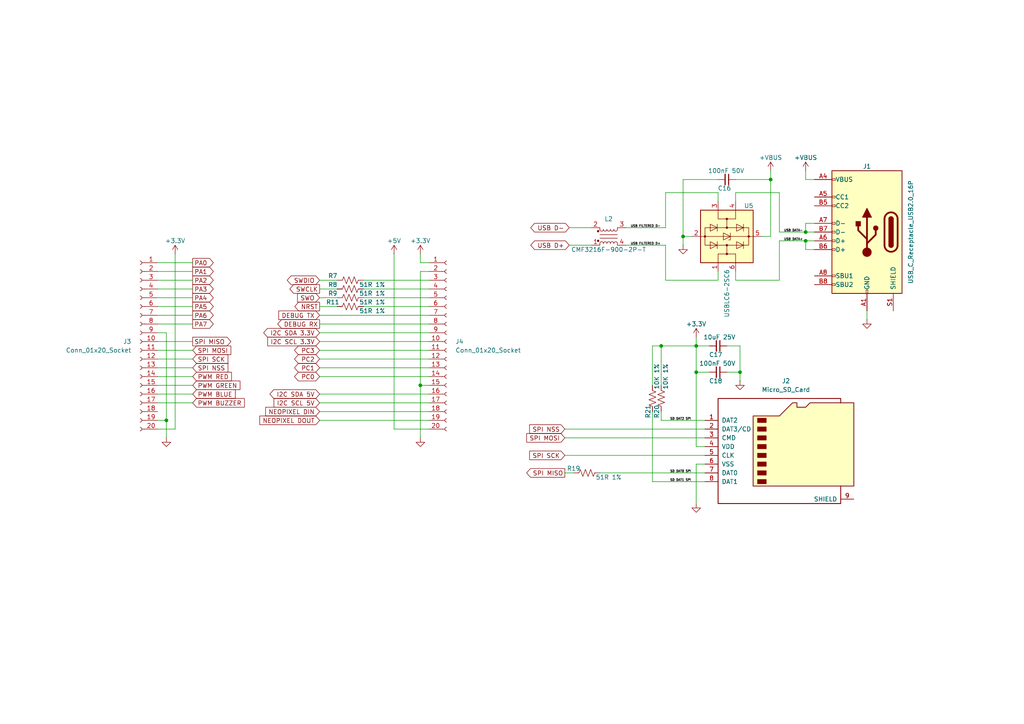
<source format=kicad_sch>
(kicad_sch (version 20231120) (generator "eeschema") (generator_version "8.0")
  (paper "A4")
  (lib_symbols
    (symbol "Connector:Conn_01x20_Socket" (pin_names (offset 1.016) hide)
      (property "Reference" "J" (at 0 25.4 0))
      (property "Value" "Conn_01x20_Socket" (at 0 -27.94 0))
      (symbol "Conn_01x20_Socket_1_1"
        (arc (start 0 -24.892) (mid -0.5058 -25.4) (end 0 -25.908) (stroke (width 0.1524)))
        (arc (start 0 -22.352) (mid -0.5058 -22.86) (end 0 -23.368) (stroke (width 0.1524)))
        (arc (start 0 -19.812) (mid -0.5058 -20.32) (end 0 -20.828) (stroke (width 0.1524)))
        (arc (start 0 -17.272) (mid -0.5058 -17.78) (end 0 -18.288) (stroke (width 0.1524)))
        (arc (start 0 -14.732) (mid -0.5058 -15.24) (end 0 -15.748) (stroke (width 0.1524)))
        (arc (start 0 -12.192) (mid -0.5058 -12.7) (end 0 -13.208) (stroke (width 0.1524)))
        (arc (start 0 -9.652) (mid -0.5058 -10.16) (end 0 -10.668) (stroke (width 0.1524)))
        (arc (start 0 -7.112) (mid -0.5058 -7.62) (end 0 -8.128) (stroke (width 0.1524)))
        (arc (start 0 -4.572) (mid -0.5058 -5.08) (end 0 -5.588) (stroke (width 0.1524)))
        (arc (start 0 -2.032) (mid -0.5058 -2.54) (end 0 -3.048) (stroke (width 0.1524)))
        (polyline (pts (xy -1.27 -25.4) (xy -0.508 -25.4)) (stroke (width 0.1524)))
        (polyline (pts (xy -1.27 -22.86) (xy -0.508 -22.86)) (stroke (width 0.1524)))
        (polyline (pts (xy -1.27 -20.32) (xy -0.508 -20.32)) (stroke (width 0.1524)))
        (polyline (pts (xy -1.27 -17.78) (xy -0.508 -17.78)) (stroke (width 0.1524)))
        (polyline (pts (xy -1.27 -15.24) (xy -0.508 -15.24)) (stroke (width 0.1524)))
        (polyline (pts (xy -1.27 -12.7) (xy -0.508 -12.7)) (stroke (width 0.1524)))
        (polyline (pts (xy -1.27 -10.16) (xy -0.508 -10.16)) (stroke (width 0.1524)))
        (polyline (pts (xy -1.27 -7.62) (xy -0.508 -7.62)) (stroke (width 0.1524)))
        (polyline (pts (xy -1.27 -5.08) (xy -0.508 -5.08)) (stroke (width 0.1524)))
        (polyline (pts (xy -1.27 -2.54) (xy -0.508 -2.54)) (stroke (width 0.1524)))
        (polyline (pts (xy -1.27 0) (xy -0.508 0)) (stroke (width 0.1524)))
        (polyline (pts (xy -1.27 2.54) (xy -0.508 2.54)) (stroke (width 0.1524)))
        (polyline (pts (xy -1.27 5.08) (xy -0.508 5.08)) (stroke (width 0.1524)))
        (polyline (pts (xy -1.27 7.62) (xy -0.508 7.62)) (stroke (width 0.1524)))
        (polyline (pts (xy -1.27 10.16) (xy -0.508 10.16)) (stroke (width 0.1524)))
        (polyline (pts (xy -1.27 12.7) (xy -0.508 12.7)) (stroke (width 0.1524)))
        (polyline (pts (xy -1.27 15.24) (xy -0.508 15.24)) (stroke (width 0.1524)))
        (polyline (pts (xy -1.27 17.78) (xy -0.508 17.78)) (stroke (width 0.1524)))
        (polyline (pts (xy -1.27 20.32) (xy -0.508 20.32)) (stroke (width 0.1524)))
        (polyline (pts (xy -1.27 22.86) (xy -0.508 22.86)) (stroke (width 0.1524)))
        (arc (start 0 0.508) (mid -0.5058 0) (end 0 -0.508) (stroke (width 0.1524)))
        (arc (start 0 3.048) (mid -0.5058 2.54) (end 0 2.032) (stroke (width 0.1524)))
        (arc (start 0 5.588) (mid -0.5058 5.08) (end 0 4.572) (stroke (width 0.1524)))
        (arc (start 0 8.128) (mid -0.5058 7.62) (end 0 7.112) (stroke (width 0.1524)))
        (arc (start 0 10.668) (mid -0.5058 10.16) (end 0 9.652) (stroke (width 0.1524)))
        (arc (start 0 13.208) (mid -0.5058 12.7) (end 0 12.192) (stroke (width 0.1524)))
        (arc (start 0 15.748) (mid -0.5058 15.24) (end 0 14.732) (stroke (width 0.1524)))
        (arc (start 0 18.288) (mid -0.5058 17.78) (end 0 17.272) (stroke (width 0.1524)))
        (arc (start 0 20.828) (mid -0.5058 20.32) (end 0 19.812) (stroke (width 0.1524)))
        (arc (start 0 23.368) (mid -0.5058 22.86) (end 0 22.352) (stroke (width 0.1524)))
        (pin passive line (at -5.08 22.86 0) (length 3.81) (name "Pin_1") (number "1"))
        (pin passive line (at -5.08 0 0) (length 3.81) (name "Pin_10") (number "10"))
        (pin passive line (at -5.08 -2.54 0) (length 3.81) (name "Pin_11") (number "11"))
        (pin passive line (at -5.08 -5.08 0) (length 3.81) (name "Pin_12") (number "12"))
        (pin passive line (at -5.08 -7.62 0) (length 3.81) (name "Pin_13") (number "13"))
        (pin passive line (at -5.08 -10.16 0) (length 3.81) (name "Pin_14") (number "14"))
        (pin passive line (at -5.08 -12.7 0) (length 3.81) (name "Pin_15") (number "15"))
        (pin passive line (at -5.08 -15.24 0) (length 3.81) (name "Pin_16") (number "16"))
        (pin passive line (at -5.08 -17.78 0) (length 3.81) (name "Pin_17") (number "17"))
        (pin passive line (at -5.08 -20.32 0) (length 3.81) (name "Pin_18") (number "18"))
        (pin passive line (at -5.08 -22.86 0) (length 3.81) (name "Pin_19") (number "19"))
        (pin passive line (at -5.08 20.32 0) (length 3.81) (name "Pin_2") (number "2"))
        (pin passive line (at -5.08 -25.4 0) (length 3.81) (name "Pin_20") (number "20"))
        (pin passive line (at -5.08 17.78 0) (length 3.81) (name "Pin_3") (number "3"))
        (pin passive line (at -5.08 15.24 0) (length 3.81) (name "Pin_4") (number "4"))
        (pin passive line (at -5.08 12.7 0) (length 3.81) (name "Pin_5") (number "5"))
        (pin passive line (at -5.08 10.16 0) (length 3.81) (name "Pin_6") (number "6"))
        (pin passive line (at -5.08 7.62 0) (length 3.81) (name "Pin_7") (number "7"))
        (pin passive line (at -5.08 5.08 0) (length 3.81) (name "Pin_8") (number "8"))
        (pin passive line (at -5.08 2.54 0) (length 3.81) (name "Pin_9") (number "9"))
      )
    )
    (symbol "Connector:Micro_SD_Card" (pin_names (offset 1.016))
      (property "Reference" "J" (at -16.51 15.24 0))
      (property "Value" "Micro_SD_Card" (at 16.51 15.24 0))
      (symbol "Micro_SD_Card_0_1"
        (rectangle (start -7.62 -9.525) (end -5.08 -10.795) (fill (type outline)))
        (rectangle (start -7.62 -6.985) (end -5.08 -8.255) (fill (type outline)))
        (rectangle (start -7.62 -4.445) (end -5.08 -5.715) (fill (type outline)))
        (rectangle (start -7.62 -1.905) (end -5.08 -3.175) (fill (type outline)))
        (rectangle (start -7.62 0.635) (end -5.08 -0.635) (fill (type outline)))
        (rectangle (start -7.62 3.175) (end -5.08 1.905) (fill (type outline)))
        (rectangle (start -7.62 5.715) (end -5.08 4.445) (fill (type outline)))
        (rectangle (start -7.62 8.255) (end -5.08 6.985) (fill (type outline)))
        (polyline (pts (xy 16.51 12.7) (xy 16.51 13.97) (xy -19.05 13.97) (xy -19.05 -16.51) (xy 16.51 -16.51) (xy 16.51 -11.43)) (stroke (width 0.254)))
        (polyline (pts (xy -8.89 -11.43) (xy -8.89 8.89) (xy -1.27 8.89) (xy 2.54 12.7) (xy 3.81 12.7) (xy 3.81 11.43) (xy 6.35 11.43) (xy 7.62 12.7) (xy 20.32 12.7) (xy 20.32 -11.43) (xy -8.89 -11.43)) (stroke (width 0.254)) (fill (type background)))
      )
      (symbol "Micro_SD_Card_1_1"
        (pin bidirectional line (at -22.86 7.62 0) (length 3.81) (name "DAT2") (number "1"))
        (pin bidirectional line (at -22.86 5.08 0) (length 3.81) (name "DAT3/CD") (number "2"))
        (pin input line (at -22.86 2.54 0) (length 3.81) (name "CMD") (number "3"))
        (pin power_in line (at -22.86 0 0) (length 3.81) (name "VDD") (number "4"))
        (pin input line (at -22.86 -2.54 0) (length 3.81) (name "CLK") (number "5"))
        (pin power_in line (at -22.86 -5.08 0) (length 3.81) (name "VSS") (number "6"))
        (pin bidirectional line (at -22.86 -7.62 0) (length 3.81) (name "DAT0") (number "7"))
        (pin bidirectional line (at -22.86 -10.16 0) (length 3.81) (name "DAT1") (number "8"))
        (pin passive line (at 20.32 -15.24 180) (length 3.81) (name "SHIELD") (number "9"))
      )
    )
    (symbol "Connector:USB_C_Receptacle_USB2.0_16P" (pin_names (offset 1.016))
      (property "Reference" "J" (at 0 22.225 0))
      (property "Value" "USB_C_Receptacle_USB2.0_16P" (at 0 19.685 0))
      (symbol "USB_C_Receptacle_USB2.0_16P_0_0"
        (rectangle (start -0.254 -17.78) (end 0.254 -16.764))
        (rectangle (start 10.16 -14.986) (end 9.144 -15.494))
        (rectangle (start 10.16 -12.446) (end 9.144 -12.954))
        (rectangle (start 10.16 -4.826) (end 9.144 -5.334))
        (rectangle (start 10.16 -2.286) (end 9.144 -2.794))
        (rectangle (start 10.16 0.254) (end 9.144 -0.254))
        (rectangle (start 10.16 2.794) (end 9.144 2.286))
        (rectangle (start 10.16 7.874) (end 9.144 7.366))
        (rectangle (start 10.16 10.414) (end 9.144 9.906))
        (rectangle (start 10.16 15.494) (end 9.144 14.986))
      )
      (symbol "USB_C_Receptacle_USB2.0_16P_0_1"
        (rectangle (start -10.16 17.78) (end 10.16 -17.78) (stroke (width 0.254)) (fill (type background)))
        (arc (start -8.89 -3.81) (mid -6.985 -5.7067) (end -5.08 -3.81) (stroke (width 0.508)))
        (arc (start -7.62 -3.81) (mid -6.985 -4.4423) (end -6.35 -3.81) (stroke (width 0.254)))
        (arc (start -7.62 -3.81) (mid -6.985 -4.4423) (end -6.35 -3.81) (stroke (width 0.254)) (fill (type outline)))
        (rectangle (start -7.62 -3.81) (end -6.35 3.81) (stroke (width 0.254)) (fill (type outline)))
        (arc (start -6.35 3.81) (mid -6.985 4.4423) (end -7.62 3.81) (stroke (width 0.254)))
        (arc (start -6.35 3.81) (mid -6.985 4.4423) (end -7.62 3.81) (stroke (width 0.254)) (fill (type outline)))
        (arc (start -5.08 3.81) (mid -6.985 5.7067) (end -8.89 3.81) (stroke (width 0.508)))
        (circle (center -2.54 1.143) (radius 0.635) (stroke (width 0.254)) (fill (type outline)))
        (circle (center 0 -5.842) (radius 1.27) (fill (type outline)))
        (polyline (pts (xy -8.89 -3.81) (xy -8.89 3.81)) (stroke (width 0.508)))
        (polyline (pts (xy -5.08 3.81) (xy -5.08 -3.81)) (stroke (width 0.508)))
        (polyline (pts (xy 0 -5.842) (xy 0 4.318)) (stroke (width 0.508)))
        (polyline (pts (xy 0 -3.302) (xy -2.54 -0.762) (xy -2.54 0.508)) (stroke (width 0.508)))
        (polyline (pts (xy 0 -2.032) (xy 2.54 0.508) (xy 2.54 1.778)) (stroke (width 0.508)))
        (polyline (pts (xy -1.27 4.318) (xy 0 6.858) (xy 1.27 4.318) (xy -1.27 4.318)) (stroke (width 0.254)) (fill (type outline)))
        (rectangle (start 1.905 1.778) (end 3.175 3.048) (stroke (width 0.254)) (fill (type outline)))
      )
      (symbol "USB_C_Receptacle_USB2.0_16P_1_1"
        (pin passive line (at 0 -22.86 90) (length 5.08) (name "GND") (number "A1"))
        (pin passive line (at 0 -22.86 90) (length 5.08) hide (name "GND") (number "A12"))
        (pin passive line (at 15.24 15.24 180) (length 5.08) (name "VBUS") (number "A4"))
        (pin bidirectional line (at 15.24 10.16 180) (length 5.08) (name "CC1") (number "A5"))
        (pin bidirectional line (at 15.24 -2.54 180) (length 5.08) (name "D+") (number "A6"))
        (pin bidirectional line (at 15.24 2.54 180) (length 5.08) (name "D-") (number "A7"))
        (pin bidirectional line (at 15.24 -12.7 180) (length 5.08) (name "SBU1") (number "A8"))
        (pin passive line (at 15.24 15.24 180) (length 5.08) hide (name "VBUS") (number "A9"))
        (pin passive line (at 0 -22.86 90) (length 5.08) hide (name "GND") (number "B1"))
        (pin passive line (at 0 -22.86 90) (length 5.08) hide (name "GND") (number "B12"))
        (pin passive line (at 15.24 15.24 180) (length 5.08) hide (name "VBUS") (number "B4"))
        (pin bidirectional line (at 15.24 7.62 180) (length 5.08) (name "CC2") (number "B5"))
        (pin bidirectional line (at 15.24 -5.08 180) (length 5.08) (name "D+") (number "B6"))
        (pin bidirectional line (at 15.24 0 180) (length 5.08) (name "D-") (number "B7"))
        (pin bidirectional line (at 15.24 -15.24 180) (length 5.08) (name "SBU2") (number "B8"))
        (pin passive line (at 15.24 15.24 180) (length 5.08) hide (name "VBUS") (number "B9"))
        (pin passive line (at -7.62 -22.86 90) (length 5.08) (name "SHIELD") (number "S1"))
      )
    )
    (symbol "Device:C_Small" (pin_numbers hide) (pin_names (offset 0.254) hide)
      (property "Reference" "C" (at 0.254 1.778 0))
      (property "Value" "C_Small" (at 0.254 -2.032 0))
      (symbol "C_Small_0_1"
        (polyline (pts (xy -1.524 -0.508) (xy 1.524 -0.508)) (stroke (width 0.3302)))
        (polyline (pts (xy -1.524 0.508) (xy 1.524 0.508)) (stroke (width 0.3048)))
      )
      (symbol "C_Small_1_1"
        (pin passive line (at 0 2.54 270) (length 2.032) (name "~") (number "1"))
        (pin passive line (at 0 -2.54 90) (length 2.032) (name "~") (number "2"))
      )
    )
    (symbol "Device:EMI_Filter_LL_1423" (pin_names hide)
      (property "Reference" "FL" (at 0 4.445 0))
      (property "Value" "Device_EMI_Filter_LL_1423" (at 0 -4.445 0))
      (symbol "EMI_Filter_LL_1423_0_1"
        (circle (center -3.048 -1.27) (radius 0.254) (fill (type outline)))
        (circle (center -3.048 1.524) (radius 0.254) (fill (type outline)))
        (arc (start -2.54 2.032) (mid -2.032 1.5262) (end -1.524 2.032))
        (arc (start -1.524 -2.032) (mid -2.032 -1.5262) (end -2.54 -2.032))
        (arc (start -1.524 2.032) (mid -1.016 1.5262) (end -0.508 2.032))
        (arc (start -0.508 -2.032) (mid -1.016 -1.5262) (end -1.524 -2.032))
        (arc (start -0.508 2.032) (mid 0 1.5262) (end 0.508 2.032))
        (polyline (pts (xy -2.54 -2.032) (xy -2.54 -2.54)))
        (polyline (pts (xy -2.54 0.508) (xy 2.54 0.508)))
        (polyline (pts (xy -2.54 2.032) (xy -2.54 2.54)))
        (polyline (pts (xy 2.54 -2.032) (xy 2.54 -2.54)))
        (polyline (pts (xy 2.54 -0.508) (xy -2.54 -0.508)))
        (polyline (pts (xy 2.54 2.54) (xy 2.54 2.032)))
        (arc (start 0.508 -2.032) (mid 0 -1.5262) (end -0.508 -2.032))
        (arc (start 0.508 2.032) (mid 1.016 1.5262) (end 1.524 2.032))
        (arc (start 1.524 -2.032) (mid 1.016 -1.5262) (end 0.508 -2.032))
        (arc (start 1.524 2.032) (mid 2.032 1.5262) (end 2.54 2.032))
        (arc (start 2.54 -2.032) (mid 2.032 -1.5262) (end 1.524 -2.032))
      )
      (symbol "EMI_Filter_LL_1423_1_1"
        (pin passive line (at -5.08 -2.54 0) (length 2.54) (name "1") (number "1"))
        (pin passive line (at -5.08 2.54 0) (length 2.54) (name "2") (number "2"))
        (pin passive line (at 5.08 2.54 180) (length 2.54) (name "3") (number "3"))
        (pin passive line (at 5.08 -2.54 180) (length 2.54) (name "4") (number "4"))
      )
    )
    (symbol "Device:R_US" (pin_numbers hide) (pin_names (offset 0))
      (property "Reference" "R" (at 2.54 0 90))
      (property "Value" "R_US" (at -2.54 0 90))
      (symbol "R_US_0_1"
        (polyline (pts (xy 0 -2.286) (xy 0 -2.54)))
        (polyline (pts (xy 0 2.286) (xy 0 2.54)))
        (polyline (pts (xy 0 -0.762) (xy 1.016 -1.143) (xy 0 -1.524) (xy -1.016 -1.905) (xy 0 -2.286)))
        (polyline (pts (xy 0 0.762) (xy 1.016 0.381) (xy 0 0) (xy -1.016 -0.381) (xy 0 -0.762)))
        (polyline (pts (xy 0 2.286) (xy 1.016 1.905) (xy 0 1.524) (xy -1.016 1.143) (xy 0 0.762)))
      )
      (symbol "R_US_1_1"
        (pin passive line (at 0 3.81 270) (length 1.27) (name "~") (number "1"))
        (pin passive line (at 0 -3.81 90) (length 1.27) (name "~") (number "2"))
      )
    )
    (symbol "Power_Protection:USBLC6-2SC6" (pin_names hide)
      (property "Reference" "U" (at 2.54 8.89 0))
      (property "Value" "USBLC6-2SC6" (at 2.54 -8.89 0))
      (symbol "USBLC6-2SC6_0_1"
        (rectangle (start -7.62 -7.62) (end 7.62 7.62) (stroke (width 0.254)) (fill (type background)))
        (circle (center -5.08 0) (radius 0.254) (fill (type outline)))
        (circle (center -2.54 0) (radius 0.254) (fill (type outline)))
        (rectangle (start -2.54 6.35) (end 2.54 -6.35))
        (circle (center 0 -6.35) (radius 0.254) (fill (type outline)))
        (polyline (pts (xy -5.08 -2.54) (xy -7.62 -2.54)))
        (polyline (pts (xy -5.08 0) (xy -5.08 -2.54)))
        (polyline (pts (xy -5.08 2.54) (xy -7.62 2.54)))
        (polyline (pts (xy -1.524 -2.794) (xy -3.556 -2.794)))
        (polyline (pts (xy -1.524 4.826) (xy -3.556 4.826)))
        (polyline (pts (xy 0 -7.62) (xy 0 -6.35)))
        (polyline (pts (xy 0 -6.35) (xy 0 1.27)))
        (polyline (pts (xy 0 1.27) (xy 0 6.35)))
        (polyline (pts (xy 0 6.35) (xy 0 7.62)))
        (polyline (pts (xy 1.524 -2.794) (xy 3.556 -2.794)))
        (polyline (pts (xy 1.524 4.826) (xy 3.556 4.826)))
        (polyline (pts (xy 5.08 -2.54) (xy 7.62 -2.54)))
        (polyline (pts (xy 5.08 0) (xy 5.08 -2.54)))
        (polyline (pts (xy 5.08 2.54) (xy 7.62 2.54)))
        (polyline (pts (xy -2.54 0) (xy -5.08 0) (xy -5.08 2.54)))
        (polyline (pts (xy 2.54 0) (xy 5.08 0) (xy 5.08 2.54)))
        (polyline (pts (xy -3.556 -4.826) (xy -1.524 -4.826) (xy -2.54 -2.794) (xy -3.556 -4.826)))
        (polyline (pts (xy -3.556 2.794) (xy -1.524 2.794) (xy -2.54 4.826) (xy -3.556 2.794)))
        (polyline (pts (xy -1.016 -1.016) (xy 1.016 -1.016) (xy 0 1.016) (xy -1.016 -1.016)))
        (polyline (pts (xy 1.016 1.016) (xy 0.762 1.016) (xy -1.016 1.016) (xy -1.016 0.508)))
        (polyline (pts (xy 3.556 -4.826) (xy 1.524 -4.826) (xy 2.54 -2.794) (xy 3.556 -4.826)))
        (polyline (pts (xy 3.556 2.794) (xy 1.524 2.794) (xy 2.54 4.826) (xy 3.556 2.794)))
        (circle (center 0 6.35) (radius 0.254) (fill (type outline)))
        (circle (center 2.54 0) (radius 0.254) (fill (type outline)))
        (circle (center 5.08 0) (radius 0.254) (fill (type outline)))
      )
      (symbol "USBLC6-2SC6_1_1"
        (pin passive line (at -10.16 -2.54 0) (length 2.54) (name "I/O1") (number "1"))
        (pin passive line (at 0 -10.16 90) (length 2.54) (name "GND") (number "2"))
        (pin passive line (at 10.16 -2.54 180) (length 2.54) (name "I/O2") (number "3"))
        (pin passive line (at 10.16 2.54 180) (length 2.54) (name "I/O2") (number "4"))
        (pin passive line (at 0 10.16 270) (length 2.54) (name "VBUS") (number "5"))
        (pin passive line (at -10.16 2.54 0) (length 2.54) (name "I/O1") (number "6"))
      )
    )
    (symbol "power:GND" (power) (pin_numbers hide) (pin_names (offset 0) hide)
      (property "Value" "GND" (at 0 -3.81 0))
      (symbol "GND_0_1"
        (polyline (pts (xy 0 0) (xy 0 -1.27) (xy 1.27 -1.27) (xy 0 -2.54) (xy -1.27 -1.27) (xy 0 -1.27)))
      )
      (symbol "GND_1_1"
        (pin power_in line (at 0 0 270) (length 0) (name "~") (number "1"))
      )
    )
    (symbol "power:VCC" (power) (pin_numbers hide) (pin_names (offset 0) hide)
      (property "Value" "VCC" (at 0 3.556 0))
      (symbol "VCC_0_1"
        (polyline (pts (xy -0.762 1.27) (xy 0 2.54)))
        (polyline (pts (xy 0 0) (xy 0 2.54)))
        (polyline (pts (xy 0 2.54) (xy 0.762 1.27)))
      )
      (symbol "VCC_1_1"
        (pin power_in line (at 0 0 90) (length 0) (name "~") (number "1"))
      )
    )
  )
  (junction (at 201.93 100.33))
  (junction (at 214.63 107.95))
  (junction (at 233.68 69.85))
  (junction (at 191.77 100.33))
  (junction (at 198.12 68.58))
  (junction (at 223.52 52.07))
  (junction (at 121.92 111.76))
  (junction (at 201.93 107.95))
  (junction (at 48.26 121.92))
  (junction (at 233.68 67.31))
  (wire (pts (xy 121.92 78.74) (xy 121.92 111.76)))
  (wire (pts (xy 165.1 66.04) (xy 171.45 66.04)))
  (wire (pts (xy 121.92 111.76) (xy 121.92 127)))
  (wire (pts (xy 213.36 81.28) (xy 226.06 81.28)))
  (wire (pts (xy 92.71 86.36) (xy 97.79 86.36)))
  (wire (pts (xy 233.68 49.53) (xy 233.68 52.07)))
  (wire (pts (xy 121.92 73.66) (xy 121.92 76.2)))
  (wire (pts (xy 121.92 111.76) (xy 124.46 111.76)))
  (wire (pts (xy 92.71 121.92) (xy 124.46 121.92)))
  (wire (pts (xy 55.88 76.2) (xy 45.72 76.2)))
  (wire (pts (xy 124.46 76.2) (xy 121.92 76.2)))
  (wire (pts (xy 55.88 86.36) (xy 45.72 86.36)))
  (wire (pts (xy 208.28 78.74) (xy 208.28 81.28)))
  (wire (pts (xy 92.71 114.3) (xy 124.46 114.3)))
  (wire (pts (xy 92.71 91.44) (xy 124.46 91.44)))
  (wire (pts (xy 226.06 81.28) (xy 226.06 69.85)))
  (wire (pts (xy 204.47 129.54) (xy 201.93 129.54)))
  (wire (pts (xy 165.1 71.12) (xy 171.45 71.12)))
  (wire (pts (xy 45.72 121.92) (xy 48.26 121.92)))
  (wire (pts (xy 210.82 107.95) (xy 214.63 107.95)))
  (wire (pts (xy 92.71 93.98) (xy 124.46 93.98)))
  (wire (pts (xy 163.83 132.08) (xy 204.47 132.08)))
  (wire (pts (xy 193.04 71.12) (xy 193.04 81.28)))
  (wire (pts (xy 198.12 68.58) (xy 200.66 68.58)))
  (wire (pts (xy 50.8 124.46) (xy 50.8 73.66)))
  (wire (pts (xy 208.28 52.07) (xy 198.12 52.07)))
  (wire (pts (xy 189.23 111.76) (xy 189.23 100.33)))
  (wire (pts (xy 223.52 52.07) (xy 223.52 68.58)))
  (wire (pts (xy 214.63 107.95) (xy 214.63 110.49)))
  (wire (pts (xy 55.88 99.06) (xy 45.72 99.06)))
  (wire (pts (xy 45.72 96.52) (xy 48.26 96.52)))
  (wire (pts (xy 55.88 88.9) (xy 45.72 88.9)))
  (wire (pts (xy 233.68 69.85) (xy 233.68 72.39)))
  (wire (pts (xy 191.77 119.38) (xy 191.77 121.92)))
  (wire (pts (xy 201.93 134.62) (xy 201.93 146.05)))
  (wire (pts (xy 48.26 121.92) (xy 48.26 127)))
  (wire (pts (xy 181.61 71.12) (xy 193.04 71.12)))
  (wire (pts (xy 251.46 90.17) (xy 251.46 92.71)))
  (wire (pts (xy 236.22 72.39) (xy 233.68 72.39)))
  (wire (pts (xy 233.68 67.31) (xy 236.22 67.31)))
  (wire (pts (xy 105.41 83.82) (xy 124.46 83.82)))
  (wire (pts (xy 191.77 100.33) (xy 201.93 100.33)))
  (wire (pts (xy 201.93 107.95) (xy 201.93 129.54)))
  (wire (pts (xy 201.93 107.95) (xy 205.74 107.95)))
  (wire (pts (xy 189.23 100.33) (xy 191.77 100.33)))
  (wire (pts (xy 55.88 104.14) (xy 45.72 104.14)))
  (wire (pts (xy 105.41 86.36) (xy 124.46 86.36)))
  (wire (pts (xy 55.88 91.44) (xy 45.72 91.44)))
  (wire (pts (xy 92.71 101.6) (xy 124.46 101.6)))
  (wire (pts (xy 55.88 111.76) (xy 45.72 111.76)))
  (wire (pts (xy 55.88 106.68) (xy 45.72 106.68)))
  (wire (pts (xy 92.71 104.14) (xy 124.46 104.14)))
  (wire (pts (xy 114.3 124.46) (xy 124.46 124.46)))
  (wire (pts (xy 92.71 116.84) (xy 124.46 116.84)))
  (wire (pts (xy 213.36 55.88) (xy 226.06 55.88)))
  (wire (pts (xy 55.88 81.28) (xy 45.72 81.28)))
  (wire (pts (xy 193.04 81.28) (xy 208.28 81.28)))
  (wire (pts (xy 45.72 116.84) (xy 55.88 116.84)))
  (wire (pts (xy 92.71 109.22) (xy 124.46 109.22)))
  (wire (pts (xy 208.28 55.88) (xy 208.28 58.42)))
  (wire (pts (xy 204.47 139.7) (xy 189.23 139.7)))
  (wire (pts (xy 226.06 67.31) (xy 233.68 67.31)))
  (wire (pts (xy 236.22 52.07) (xy 233.68 52.07)))
  (wire (pts (xy 55.88 78.74) (xy 45.72 78.74)))
  (wire (pts (xy 201.93 97.79) (xy 201.93 100.33)))
  (wire (pts (xy 105.41 88.9) (xy 124.46 88.9)))
  (wire (pts (xy 223.52 68.58) (xy 220.98 68.58)))
  (wire (pts (xy 55.88 93.98) (xy 45.72 93.98)))
  (wire (pts (xy 213.36 78.74) (xy 213.36 81.28)))
  (wire (pts (xy 92.71 88.9) (xy 97.79 88.9)))
  (wire (pts (xy 45.72 124.46) (xy 50.8 124.46)))
  (wire (pts (xy 173.99 137.16) (xy 204.47 137.16)))
  (wire (pts (xy 214.63 100.33) (xy 214.63 107.95)))
  (wire (pts (xy 92.71 83.82) (xy 97.79 83.82)))
  (wire (pts (xy 92.71 119.38) (xy 124.46 119.38)))
  (wire (pts (xy 198.12 52.07) (xy 198.12 68.58)))
  (wire (pts (xy 236.22 64.77) (xy 233.68 64.77)))
  (wire (pts (xy 213.36 58.42) (xy 213.36 55.88)))
  (wire (pts (xy 163.83 127) (xy 204.47 127)))
  (wire (pts (xy 213.36 52.07) (xy 223.52 52.07)))
  (wire (pts (xy 226.06 69.85) (xy 233.68 69.85)))
  (wire (pts (xy 191.77 121.92) (xy 204.47 121.92)))
  (wire (pts (xy 181.61 66.04) (xy 193.04 66.04)))
  (wire (pts (xy 92.71 81.28) (xy 97.79 81.28)))
  (wire (pts (xy 204.47 134.62) (xy 201.93 134.62)))
  (wire (pts (xy 48.26 96.52) (xy 48.26 121.92)))
  (wire (pts (xy 92.71 99.06) (xy 124.46 99.06)))
  (wire (pts (xy 92.71 96.52) (xy 124.46 96.52)))
  (wire (pts (xy 105.41 81.28) (xy 124.46 81.28)))
  (wire (pts (xy 55.88 109.22) (xy 45.72 109.22)))
  (wire (pts (xy 226.06 55.88) (xy 226.06 67.31)))
  (wire (pts (xy 92.71 106.68) (xy 124.46 106.68)))
  (wire (pts (xy 201.93 100.33) (xy 205.74 100.33)))
  (wire (pts (xy 210.82 100.33) (xy 214.63 100.33)))
  (wire (pts (xy 223.52 49.53) (xy 223.52 52.07)))
  (wire (pts (xy 55.88 101.6) (xy 45.72 101.6)))
  (wire (pts (xy 163.83 137.16) (xy 166.37 137.16)))
  (wire (pts (xy 114.3 73.66) (xy 114.3 124.46)))
  (wire (pts (xy 193.04 55.88) (xy 208.28 55.88)))
  (wire (pts (xy 121.92 78.74) (xy 124.46 78.74)))
  (wire (pts (xy 193.04 66.04) (xy 193.04 55.88)))
  (wire (pts (xy 233.68 64.77) (xy 233.68 67.31)))
  (wire (pts (xy 198.12 71.12) (xy 198.12 68.58)))
  (wire (pts (xy 201.93 100.33) (xy 201.93 107.95)))
  (wire (pts (xy 55.88 114.3) (xy 45.72 114.3)))
  (wire (pts (xy 191.77 111.76) (xy 191.77 100.33)))
  (wire (pts (xy 189.23 119.38) (xy 189.23 139.7)))
  (wire (pts (xy 163.83 124.46) (xy 204.47 124.46)))
  (wire (pts (xy 233.68 69.85) (xy 236.22 69.85)))
  (wire (pts (xy 55.88 83.82) (xy 45.72 83.82)))
  (label "SD DAT2 SPI" (at 194.31 121.92 0) (effects (font (size 0.635 0.635))))
  (label "USB FILTERED D-" (at 182.88 66.04 0) (effects (font (size 0.635 0.635))))
  (label "USB FILTERED D+" (at 182.88 71.12 0) (effects (font (size 0.635 0.635))))
  (label "SD DAT0 SPI" (at 194.31 137.16 0) (effects (font (size 0.635 0.635))))
  (label "USB DATA-" (at 227.33 67.31 0) (effects (font (size 0.635 0.635))))
  (label "USB DATA+" (at 227.33 69.85 0) (effects (font (size 0.635 0.635))))
  (label "SD DAT1 SPI" (at 194.31 139.7 0) (effects (font (size 0.635 0.635))))
  (global_label "PC0" (shape bidirectional) (at 92.71 109.22 180) (property "Intersheetrefs" "${INTERSHEET_REFS}" (effects (hide yes))))
  (global_label "PC2" (shape bidirectional) (at 92.71 104.14 180) (property "Intersheetrefs" "${INTERSHEET_REFS}" (effects (hide yes))))
  (global_label "PWM GREEN" (shape input) (at 55.88 111.76 0) (property "Intersheetrefs" "${INTERSHEET_REFS}" (effects (hide yes))))
  (global_label "I2C SCL 3.3V" (shape input) (at 92.71 99.06 180) (property "Intersheetrefs" "${INTERSHEET_REFS}" (effects (hide yes))))
  (global_label "NRST" (shape output) (at 92.71 88.9 180) (property "Intersheetrefs" "${INTERSHEET_REFS}" (effects (hide yes))))
  (global_label "PWM BLUE" (shape input) (at 55.88 114.3 0) (property "Intersheetrefs" "${INTERSHEET_REFS}" (effects (hide yes))))
  (global_label "PA3" (shape output) (at 55.88 83.82 0) (property "Intersheetrefs" "${INTERSHEET_REFS}" (effects (hide yes))))
  (global_label "SPI SCK" (shape input) (at 163.83 132.08 180) (property "Intersheetrefs" "${INTERSHEET_REFS}" (effects (hide yes))))
  (global_label "PA5" (shape output) (at 55.88 88.9 0) (property "Intersheetrefs" "${INTERSHEET_REFS}" (effects (hide yes))))
  (global_label "NEOPIXEL DIN" (shape input) (at 92.71 119.38 180) (property "Intersheetrefs" "${INTERSHEET_REFS}" (effects (hide yes))))
  (global_label "PWM RED" (shape input) (at 55.88 109.22 0) (property "Intersheetrefs" "${INTERSHEET_REFS}" (effects (hide yes))))
  (global_label "SPI MOSI" (shape input) (at 163.83 127 180) (property "Intersheetrefs" "${INTERSHEET_REFS}" (effects (hide yes))))
  (global_label "DEBUG TX" (shape input) (at 92.71 91.44 180) (property "Intersheetrefs" "${INTERSHEET_REFS}" (effects (hide yes))))
  (global_label "PWM BUZZER" (shape input) (at 55.88 116.84 0) (property "Intersheetrefs" "${INTERSHEET_REFS}" (effects (hide yes))))
  (global_label "SWDIO" (shape bidirectional) (at 92.71 81.28 180) (property "Intersheetrefs" "${INTERSHEET_REFS}" (effects (hide yes))))
  (global_label "PA4" (shape output) (at 55.88 86.36 0) (property "Intersheetrefs" "${INTERSHEET_REFS}" (effects (hide yes))))
  (global_label "SWCLK" (shape output) (at 92.71 83.82 180) (property "Intersheetrefs" "${INTERSHEET_REFS}" (effects (hide yes))))
  (global_label "SPI MOSI" (shape input) (at 55.88 101.6 0) (property "Intersheetrefs" "${INTERSHEET_REFS}" (effects (hide yes))))
  (global_label "I2C SCL 5V" (shape input) (at 92.71 116.84 180) (property "Intersheetrefs" "${INTERSHEET_REFS}" (effects (hide yes))))
  (global_label "USB D-" (shape bidirectional) (at 165.1 66.04 180) (property "Intersheetrefs" "${INTERSHEET_REFS}" (effects (hide yes))))
  (global_label "DEBUG RX" (shape output) (at 92.71 93.98 180) (property "Intersheetrefs" "${INTERSHEET_REFS}" (effects (hide yes))))
  (global_label "NEOPIXEL DOUT" (shape input) (at 92.71 121.92 180) (property "Intersheetrefs" "${INTERSHEET_REFS}" (effects (hide yes))))
  (global_label "PA7" (shape output) (at 55.88 93.98 0) (property "Intersheetrefs" "${INTERSHEET_REFS}" (effects (hide yes))))
  (global_label "SWO" (shape input) (at 92.71 86.36 180) (property "Intersheetrefs" "${INTERSHEET_REFS}" (effects (hide yes))))
  (global_label "PA6" (shape output) (at 55.88 91.44 0) (property "Intersheetrefs" "${INTERSHEET_REFS}" (effects (hide yes))))
  (global_label "SPI NSS" (shape input) (at 163.83 124.46 180) (property "Intersheetrefs" "${INTERSHEET_REFS}" (effects (hide yes))))
  (global_label "SPI MISO" (shape output) (at 55.88 99.06 0) (property "Intersheetrefs" "${INTERSHEET_REFS}" (effects (hide yes))))
  (global_label "PC1" (shape bidirectional) (at 92.71 106.68 180) (property "Intersheetrefs" "${INTERSHEET_REFS}" (effects (hide yes))))
  (global_label "I2C SDA 3.3V" (shape bidirectional) (at 92.71 96.52 180) (property "Intersheetrefs" "${INTERSHEET_REFS}" (effects (hide yes))))
  (global_label "SPI NSS" (shape input) (at 55.88 106.68 0) (property "Intersheetrefs" "${INTERSHEET_REFS}" (effects (hide yes))))
  (global_label "USB D+" (shape bidirectional) (at 165.1 71.12 180) (property "Intersheetrefs" "${INTERSHEET_REFS}" (effects (hide yes))))
  (global_label "PC3" (shape bidirectional) (at 92.71 101.6 180) (property "Intersheetrefs" "${INTERSHEET_REFS}" (effects (hide yes))))
  (global_label "SPI MISO" (shape output) (at 163.83 137.16 180) (property "Intersheetrefs" "${INTERSHEET_REFS}" (effects (hide yes))))
  (global_label "PA1" (shape output) (at 55.88 78.74 0) (property "Intersheetrefs" "${INTERSHEET_REFS}" (effects (hide yes))))
  (global_label "SPI SCK" (shape input) (at 55.88 104.14 0) (property "Intersheetrefs" "${INTERSHEET_REFS}" (effects (hide yes))))
  (global_label "PA0" (shape output) (at 55.88 76.2 0) (property "Intersheetrefs" "${INTERSHEET_REFS}" (effects (hide yes))))
  (global_label "PA2" (shape output) (at 55.88 81.28 0) (property "Intersheetrefs" "${INTERSHEET_REFS}" (effects (hide yes))))
  (global_label "I2C SDA 5V" (shape bidirectional) (at 92.71 114.3 180) (property "Intersheetrefs" "${INTERSHEET_REFS}" (effects (hide yes))))
  (symbol (lib_id "Device:EMI_Filter_LL_1423") (at 176.53 68.58 0) (unit 1)
    (property "Reference" "L2" (at 176.53 63.5 0))
    (property "Value" "CMF3216F-900-2P-T" (at 176.53 72.39 0))
    (property "Footprint" "Inductor_SMD:L_CommonModeChoke_TDK_ACM2520-2P" (effects (hide yes)))
  )
  (symbol (lib_id "Connector:Conn_01x20_Socket") (at 129.54 99.06 0) (unit 1)
    (property "Reference" "J4" (at 132.08 99.0599 0) (effects (justify left)))
    (property "Value" "Conn_01x20_Socket" (at 132.08 101.5999 0) (effects (justify left)))
    (property "Footprint" "Connector_PinSocket_2.54mm:PinSocket_1x20_P2.54mm_Horizontal" (effects (hide yes)))
    (property "Description" "Generic connector, single row, 01x20, script generated" (effects (hide yes)))
  )
  (symbol (lib_id "power:GND") (at 251.46 92.71 0) (unit 1)
    (property "Reference" "#PWR039" (effects (hide yes)))
    (property "Value" "GND" (effects (hide yes)))
    (property "Description" "Power symbol creates a global label with name \"GND\" , ground" (effects (hide yes)))
  )
  (symbol (lib_id "Device:R_US") (at 189.23 115.57 180) (unit 1)
    (property "Reference" "R21" (at 187.96 119.38 90))
    (property "Value" "10K 1%" (at 190.5 109.22 90))
    (property "Footprint" "Resistor_SMD:R_0603_1608Metric_Pad0.98x0.95mm_HandSolder" (effects (hide yes)))
    (property "Description" "Resistor, US symbol" (effects (hide yes)))
  )
  (symbol (lib_id "Device:C_Small") (at 210.82 52.07 270) (unit 1)
    (property "Reference" "C16" (at 212.09 54.61 90) (effects (justify right)))
    (property "Value" "100nF 50V" (at 215.9 49.53 90) (effects (justify right)))
    (property "Footprint" "Capacitor_SMD:C_0603_1608Metric_Pad1.08x0.95mm_HandSolder" (effects (hide yes)))
    (property "Description" "Unpolarized capacitor, small symbol" (effects (hide yes)))
  )
  (symbol (lib_id "Device:R_US") (at 101.6 81.28 90) (unit 1)
    (property "Reference" "R7" (at 96.52 80.01 90))
    (property "Value" "51R 1%" (at 107.95 82.55 90))
    (property "Footprint" "Resistor_SMD:R_0603_1608Metric_Pad0.98x0.95mm_HandSolder" (effects (hide yes)))
    (property "Description" "Resistor, US symbol" (effects (hide yes)))
  )
  (symbol (lib_id "power:GND") (at 121.92 127 0) (unit 1)
    (property "Reference" "#PWR021" (effects (hide yes)))
    (property "Value" "GND" (effects (hide yes)))
    (property "Description" "Power symbol creates a global label with name \"GND\" , ground" (effects (hide yes)))
  )
  (symbol (lib_id "power:VCC") (at 114.3 73.66 0) (unit 1)
    (property "Reference" "#PWR083" (effects (hide yes)))
    (property "Value" "+5V" (at 114.3 69.85 0))
    (property "Description" "Power symbol creates a global label with name \"VCC\"" (effects (hide yes)))
  )
  (symbol (lib_id "Device:C_Small") (at 208.28 100.33 270) (unit 1)
    (property "Reference" "C17" (at 209.55 102.87 90) (effects (justify right)))
    (property "Value" "10uF 25V" (at 213.36 97.79 90) (effects (justify right)))
    (property "Footprint" "Capacitor_SMD:C_0805_2012Metric_Pad1.18x1.45mm_HandSolder" (effects (hide yes)))
    (property "Description" "Unpolarized capacitor, small symbol" (effects (hide yes)))
  )
  (symbol (lib_id "Connector:USB_C_Receptacle_USB2.0_16P") (at 251.46 67.31 0) (mirror y) (unit 1)
    (property "Reference" "J1" (at 251.46 48.26 0))
    (property "Value" "USB_C_Receptacle_USB2.0_16P" (at 264.16 67.31 90))
    (property "Footprint" "Connector_USB:USB_C_Receptacle_G-Switch_GT-USB-7010ASV" (effects (hide yes)))
    (property "Datasheet" "https://www.usb.org/sites/default/files/documents/usb_type-c.zip" (effects (hide yes)))
    (property "Description" "USB 2.0-only 16P Type-C Receptacle connector" (effects (hide yes)))
  )
  (symbol (lib_id "Device:R_US") (at 101.6 88.9 90) (unit 1)
    (property "Reference" "R11" (at 96.52 87.63 90))
    (property "Value" "51R 1%" (at 107.95 90.17 90))
    (property "Footprint" "Resistor_SMD:R_0603_1608Metric_Pad0.98x0.95mm_HandSolder" (effects (hide yes)))
    (property "Description" "Resistor, US symbol" (effects (hide yes)))
  )
  (symbol (lib_id "Device:R_US") (at 101.6 86.36 90) (unit 1)
    (property "Reference" "R9" (at 96.52 85.09 90))
    (property "Value" "51R 1%" (at 107.95 87.63 90))
    (property "Footprint" "Resistor_SMD:R_0603_1608Metric_Pad0.98x0.95mm_HandSolder" (effects (hide yes)))
    (property "Description" "Resistor, US symbol" (effects (hide yes)))
  )
  (symbol (lib_id "Power_Protection:USBLC6-2SC6") (at 210.82 68.58 270) (mirror x) (unit 1)
    (property "Reference" "U5" (at 217.17 59.69 90))
    (property "Value" "USBLC6-2SC6" (at 210.82 85.09 0))
    (property "Footprint" "Package_TO_SOT_SMD:SOT-23-6" (effects (hide yes)))
    (property "Datasheet" "https://www.st.com/resource/en/datasheet/usblc6-2.pdf" (effects (hide yes)))
  )
  (symbol (lib_id "power:VCC") (at 50.8 73.66 0) (unit 1)
    (property "Reference" "#PWR082" (effects (hide yes)))
    (property "Value" "+3.3V" (at 50.8 69.85 0))
    (property "Description" "Power symbol creates a global label with name \"VCC\"" (effects (hide yes)))
  )
  (symbol (lib_id "power:VCC") (at 223.52 49.53 0) (unit 1)
    (property "Reference" "#PWR037" (effects (hide yes)))
    (property "Value" "+VBUS" (at 223.52 45.72 0))
    (property "Description" "Power symbol creates a global label with name \"VCC\"" (effects (hide yes)))
  )
  (symbol (lib_id "Device:R_US") (at 170.18 137.16 90) (unit 1)
    (property "Reference" "R19" (at 166.37 135.89 90))
    (property "Value" "51R 1%" (at 176.53 138.43 90))
    (property "Footprint" "Resistor_SMD:R_0603_1608Metric_Pad0.98x0.95mm_HandSolder" (effects (hide yes)))
    (property "Description" "Resistor, US symbol" (effects (hide yes)))
  )
  (symbol (lib_id "power:VCC") (at 201.93 97.79 0) (unit 1)
    (property "Reference" "#PWR034" (effects (hide yes)))
    (property "Value" "+3.3V" (at 201.93 93.98 0))
    (property "Description" "Power symbol creates a global label with name \"VCC\"" (effects (hide yes)))
  )
  (symbol (lib_id "Connector:Conn_01x20_Socket") (at 40.64 99.06 0) (mirror y) (unit 1)
    (property "Reference" "J3" (at 38.1 99.0599 0) (effects (justify left)))
    (property "Value" "Conn_01x20_Socket" (at 38.1 101.5999 0) (effects (justify left)))
    (property "Footprint" "Connector_PinSocket_2.54mm:PinSocket_1x20_P2.54mm_Horizontal" (effects (hide yes)))
    (property "Description" "Generic connector, single row, 01x20, script generated" (effects (hide yes)))
  )
  (symbol (lib_id "Device:C_Small") (at 208.28 107.95 270) (unit 1)
    (property "Reference" "C18" (at 209.55 110.49 90) (effects (justify right)))
    (property "Value" "100nF 50V" (at 213.36 105.41 90) (effects (justify right)))
    (property "Footprint" "Capacitor_SMD:C_0603_1608Metric_Pad1.08x0.95mm_HandSolder" (effects (hide yes)))
    (property "Description" "Unpolarized capacitor, small symbol" (effects (hide yes)))
  )
  (symbol (lib_id "Device:R_US") (at 191.77 115.57 180) (unit 1)
    (property "Reference" "R20" (at 190.5 119.38 90))
    (property "Value" "10K 1%" (at 193.04 109.22 90))
    (property "Footprint" "Resistor_SMD:R_0603_1608Metric_Pad0.98x0.95mm_HandSolder" (effects (hide yes)))
    (property "Description" "Resistor, US symbol" (effects (hide yes)))
  )
  (symbol (lib_id "power:GND") (at 214.63 110.49 0) (unit 1)
    (property "Reference" "#PWR036" (effects (hide yes)))
    (property "Value" "GND" (effects (hide yes)))
    (property "Description" "Power symbol creates a global label with name \"GND\" , ground" (effects (hide yes)))
  )
  (symbol (lib_id "power:GND") (at 198.12 71.12 0) (unit 1)
    (property "Reference" "#PWR033" (effects (hide yes)))
    (property "Value" "GND" (effects (hide yes)))
    (property "Description" "Power symbol creates a global label with name \"GND\" , ground" (effects (hide yes)))
  )
  (symbol (lib_id "Connector:Micro_SD_Card") (at 227.33 129.54 0) (unit 1)
    (property "Reference" "J2" (at 227.965 110.49 0))
    (property "Value" "Micro_SD_Card" (at 227.965 113.03 0))
    (property "Footprint" "Connector_Card:microSD_HC_Wuerth_693072010801" (effects (hide yes)))
    (property "Datasheet" "http://katalog.we-online.de/em/datasheet/693072010801.pdf" (effects (hide yes)))
    (property "Description" "Micro SD Card Socket" (effects (hide yes)))
  )
  (symbol (lib_id "power:GND") (at 201.93 146.05 0) (unit 1)
    (property "Reference" "#PWR035" (effects (hide yes)))
    (property "Value" "GND" (effects (hide yes)))
    (property "Description" "Power symbol creates a global label with name \"GND\" , ground" (effects (hide yes)))
  )
  (symbol (lib_id "power:VCC") (at 233.68 49.53 0) (unit 1)
    (property "Reference" "#PWR038" (effects (hide yes)))
    (property "Value" "+VBUS" (at 233.68 45.72 0))
    (property "Description" "Power symbol creates a global label with name \"VCC\"" (effects (hide yes)))
  )
  (symbol (lib_id "power:GND") (at 48.26 127 0) (unit 1)
    (property "Reference" "#PWR044" (effects (hide yes)))
    (property "Value" "GND" (effects (hide yes)))
    (property "Description" "Power symbol creates a global label with name \"GND\" , ground" (effects (hide yes)))
  )
  (symbol (lib_id "Device:R_US") (at 101.6 83.82 90) (unit 1)
    (property "Reference" "R8" (at 96.52 82.55 90))
    (property "Value" "51R 1%" (at 107.95 85.09 90))
    (property "Footprint" "Resistor_SMD:R_0603_1608Metric_Pad0.98x0.95mm_HandSolder" (effects (hide yes)))
    (property "Description" "Resistor, US symbol" (effects (hide yes)))
  )
  (symbol (lib_id "power:VCC") (at 121.92 73.66 0) (unit 1)
    (property "Reference" "#PWR020" (effects (hide yes)))
    (property "Value" "+3.3V" (at 121.92 69.85 0))
    (property "Description" "Power symbol creates a global label with name \"VCC\"" (effects (hide yes)))
  )
)
</source>
